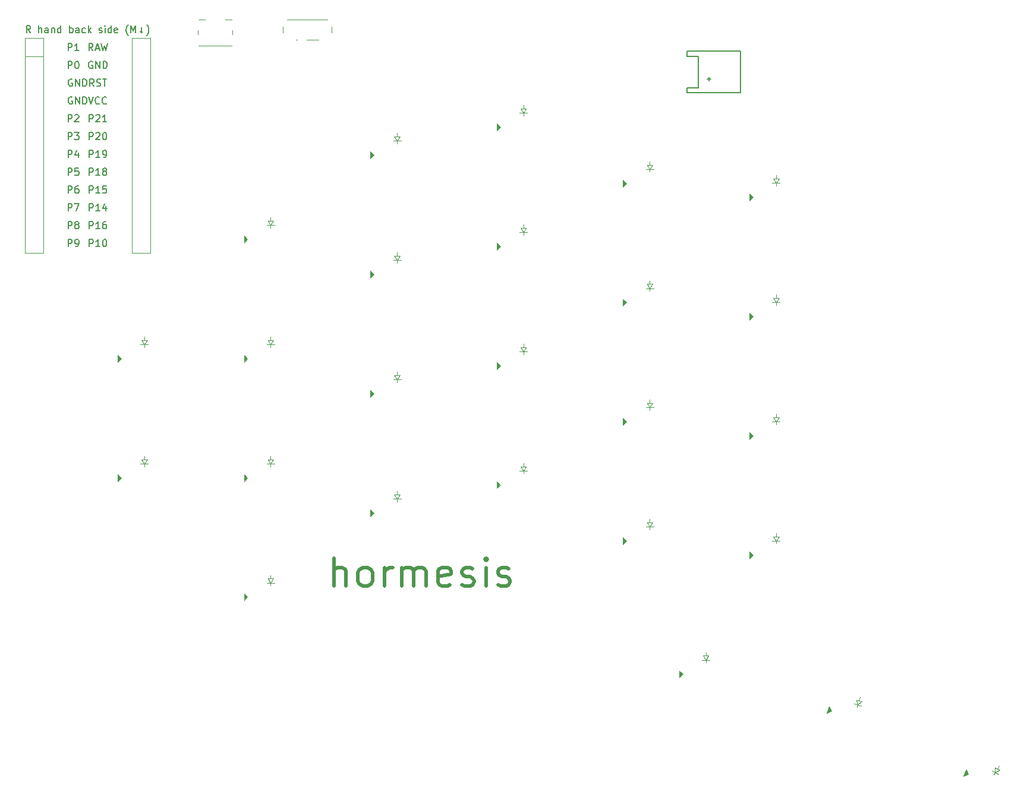
<source format=gbr>
%TF.GenerationSoftware,KiCad,Pcbnew,9.0.6*%
%TF.CreationDate,2025-11-09T20:29:50+01:00*%
%TF.ProjectId,main_pcb,6d61696e-5f70-4636-922e-6b696361645f,v1.0.0*%
%TF.SameCoordinates,Original*%
%TF.FileFunction,Legend,Top*%
%TF.FilePolarity,Positive*%
%FSLAX46Y46*%
G04 Gerber Fmt 4.6, Leading zero omitted, Abs format (unit mm)*
G04 Created by KiCad (PCBNEW 9.0.6) date 2025-11-09 20:29:50*
%MOMM*%
%LPD*%
G01*
G04 APERTURE LIST*
%ADD10C,0.500000*%
%ADD11C,0.150000*%
%ADD12C,0.120000*%
%ADD13C,0.100000*%
G04 APERTURE END LIST*
D10*
X116781327Y-154324476D02*
X116781327Y-150324476D01*
X118495613Y-154324476D02*
X118495613Y-152229238D01*
X118495613Y-152229238D02*
X118305137Y-151848285D01*
X118305137Y-151848285D02*
X117924185Y-151657809D01*
X117924185Y-151657809D02*
X117352756Y-151657809D01*
X117352756Y-151657809D02*
X116971804Y-151848285D01*
X116971804Y-151848285D02*
X116781327Y-152038761D01*
X120971804Y-154324476D02*
X120590852Y-154134000D01*
X120590852Y-154134000D02*
X120400375Y-153943523D01*
X120400375Y-153943523D02*
X120209899Y-153562571D01*
X120209899Y-153562571D02*
X120209899Y-152419714D01*
X120209899Y-152419714D02*
X120400375Y-152038761D01*
X120400375Y-152038761D02*
X120590852Y-151848285D01*
X120590852Y-151848285D02*
X120971804Y-151657809D01*
X120971804Y-151657809D02*
X121543233Y-151657809D01*
X121543233Y-151657809D02*
X121924185Y-151848285D01*
X121924185Y-151848285D02*
X122114661Y-152038761D01*
X122114661Y-152038761D02*
X122305137Y-152419714D01*
X122305137Y-152419714D02*
X122305137Y-153562571D01*
X122305137Y-153562571D02*
X122114661Y-153943523D01*
X122114661Y-153943523D02*
X121924185Y-154134000D01*
X121924185Y-154134000D02*
X121543233Y-154324476D01*
X121543233Y-154324476D02*
X120971804Y-154324476D01*
X124019423Y-154324476D02*
X124019423Y-151657809D01*
X124019423Y-152419714D02*
X124209900Y-152038761D01*
X124209900Y-152038761D02*
X124400376Y-151848285D01*
X124400376Y-151848285D02*
X124781328Y-151657809D01*
X124781328Y-151657809D02*
X125162281Y-151657809D01*
X126495613Y-154324476D02*
X126495613Y-151657809D01*
X126495613Y-152038761D02*
X126686090Y-151848285D01*
X126686090Y-151848285D02*
X127067042Y-151657809D01*
X127067042Y-151657809D02*
X127638471Y-151657809D01*
X127638471Y-151657809D02*
X128019423Y-151848285D01*
X128019423Y-151848285D02*
X128209899Y-152229238D01*
X128209899Y-152229238D02*
X128209899Y-154324476D01*
X128209899Y-152229238D02*
X128400375Y-151848285D01*
X128400375Y-151848285D02*
X128781328Y-151657809D01*
X128781328Y-151657809D02*
X129352756Y-151657809D01*
X129352756Y-151657809D02*
X129733709Y-151848285D01*
X129733709Y-151848285D02*
X129924185Y-152229238D01*
X129924185Y-152229238D02*
X129924185Y-154324476D01*
X133352756Y-154134000D02*
X132971804Y-154324476D01*
X132971804Y-154324476D02*
X132209899Y-154324476D01*
X132209899Y-154324476D02*
X131828946Y-154134000D01*
X131828946Y-154134000D02*
X131638470Y-153753047D01*
X131638470Y-153753047D02*
X131638470Y-152229238D01*
X131638470Y-152229238D02*
X131828946Y-151848285D01*
X131828946Y-151848285D02*
X132209899Y-151657809D01*
X132209899Y-151657809D02*
X132971804Y-151657809D01*
X132971804Y-151657809D02*
X133352756Y-151848285D01*
X133352756Y-151848285D02*
X133543232Y-152229238D01*
X133543232Y-152229238D02*
X133543232Y-152610190D01*
X133543232Y-152610190D02*
X131638470Y-152991142D01*
X135067041Y-154134000D02*
X135447994Y-154324476D01*
X135447994Y-154324476D02*
X136209898Y-154324476D01*
X136209898Y-154324476D02*
X136590851Y-154134000D01*
X136590851Y-154134000D02*
X136781327Y-153753047D01*
X136781327Y-153753047D02*
X136781327Y-153562571D01*
X136781327Y-153562571D02*
X136590851Y-153181619D01*
X136590851Y-153181619D02*
X136209898Y-152991142D01*
X136209898Y-152991142D02*
X135638470Y-152991142D01*
X135638470Y-152991142D02*
X135257517Y-152800666D01*
X135257517Y-152800666D02*
X135067041Y-152419714D01*
X135067041Y-152419714D02*
X135067041Y-152229238D01*
X135067041Y-152229238D02*
X135257517Y-151848285D01*
X135257517Y-151848285D02*
X135638470Y-151657809D01*
X135638470Y-151657809D02*
X136209898Y-151657809D01*
X136209898Y-151657809D02*
X136590851Y-151848285D01*
X138495612Y-154324476D02*
X138495612Y-151657809D01*
X138495612Y-150324476D02*
X138305136Y-150514952D01*
X138305136Y-150514952D02*
X138495612Y-150705428D01*
X138495612Y-150705428D02*
X138686089Y-150514952D01*
X138686089Y-150514952D02*
X138495612Y-150324476D01*
X138495612Y-150324476D02*
X138495612Y-150705428D01*
X140209898Y-154134000D02*
X140590851Y-154324476D01*
X140590851Y-154324476D02*
X141352755Y-154324476D01*
X141352755Y-154324476D02*
X141733708Y-154134000D01*
X141733708Y-154134000D02*
X141924184Y-153753047D01*
X141924184Y-153753047D02*
X141924184Y-153562571D01*
X141924184Y-153562571D02*
X141733708Y-153181619D01*
X141733708Y-153181619D02*
X141352755Y-152991142D01*
X141352755Y-152991142D02*
X140781327Y-152991142D01*
X140781327Y-152991142D02*
X140400374Y-152800666D01*
X140400374Y-152800666D02*
X140209898Y-152419714D01*
X140209898Y-152419714D02*
X140209898Y-152229238D01*
X140209898Y-152229238D02*
X140400374Y-151848285D01*
X140400374Y-151848285D02*
X140781327Y-151657809D01*
X140781327Y-151657809D02*
X141352755Y-151657809D01*
X141352755Y-151657809D02*
X141733708Y-151848285D01*
D11*
X78946905Y-77954819D02*
X78946905Y-76954819D01*
X78946905Y-76954819D02*
X79327857Y-76954819D01*
X79327857Y-76954819D02*
X79423095Y-77002438D01*
X79423095Y-77002438D02*
X79470714Y-77050057D01*
X79470714Y-77050057D02*
X79518333Y-77145295D01*
X79518333Y-77145295D02*
X79518333Y-77288152D01*
X79518333Y-77288152D02*
X79470714Y-77383390D01*
X79470714Y-77383390D02*
X79423095Y-77431009D01*
X79423095Y-77431009D02*
X79327857Y-77478628D01*
X79327857Y-77478628D02*
X78946905Y-77478628D01*
X80470714Y-77954819D02*
X79899286Y-77954819D01*
X80185000Y-77954819D02*
X80185000Y-76954819D01*
X80185000Y-76954819D02*
X80089762Y-77097676D01*
X80089762Y-77097676D02*
X79994524Y-77192914D01*
X79994524Y-77192914D02*
X79899286Y-77240533D01*
X82484523Y-77954819D02*
X82151190Y-77478628D01*
X81913095Y-77954819D02*
X81913095Y-76954819D01*
X81913095Y-76954819D02*
X82294047Y-76954819D01*
X82294047Y-76954819D02*
X82389285Y-77002438D01*
X82389285Y-77002438D02*
X82436904Y-77050057D01*
X82436904Y-77050057D02*
X82484523Y-77145295D01*
X82484523Y-77145295D02*
X82484523Y-77288152D01*
X82484523Y-77288152D02*
X82436904Y-77383390D01*
X82436904Y-77383390D02*
X82389285Y-77431009D01*
X82389285Y-77431009D02*
X82294047Y-77478628D01*
X82294047Y-77478628D02*
X81913095Y-77478628D01*
X82865476Y-77669104D02*
X83341666Y-77669104D01*
X82770238Y-77954819D02*
X83103571Y-76954819D01*
X83103571Y-76954819D02*
X83436904Y-77954819D01*
X83675000Y-76954819D02*
X83913095Y-77954819D01*
X83913095Y-77954819D02*
X84103571Y-77240533D01*
X84103571Y-77240533D02*
X84294047Y-77954819D01*
X84294047Y-77954819D02*
X84532143Y-76954819D01*
X78946905Y-80494819D02*
X78946905Y-79494819D01*
X78946905Y-79494819D02*
X79327857Y-79494819D01*
X79327857Y-79494819D02*
X79423095Y-79542438D01*
X79423095Y-79542438D02*
X79470714Y-79590057D01*
X79470714Y-79590057D02*
X79518333Y-79685295D01*
X79518333Y-79685295D02*
X79518333Y-79828152D01*
X79518333Y-79828152D02*
X79470714Y-79923390D01*
X79470714Y-79923390D02*
X79423095Y-79971009D01*
X79423095Y-79971009D02*
X79327857Y-80018628D01*
X79327857Y-80018628D02*
X78946905Y-80018628D01*
X80137381Y-79494819D02*
X80232619Y-79494819D01*
X80232619Y-79494819D02*
X80327857Y-79542438D01*
X80327857Y-79542438D02*
X80375476Y-79590057D01*
X80375476Y-79590057D02*
X80423095Y-79685295D01*
X80423095Y-79685295D02*
X80470714Y-79875771D01*
X80470714Y-79875771D02*
X80470714Y-80113866D01*
X80470714Y-80113866D02*
X80423095Y-80304342D01*
X80423095Y-80304342D02*
X80375476Y-80399580D01*
X80375476Y-80399580D02*
X80327857Y-80447200D01*
X80327857Y-80447200D02*
X80232619Y-80494819D01*
X80232619Y-80494819D02*
X80137381Y-80494819D01*
X80137381Y-80494819D02*
X80042143Y-80447200D01*
X80042143Y-80447200D02*
X79994524Y-80399580D01*
X79994524Y-80399580D02*
X79946905Y-80304342D01*
X79946905Y-80304342D02*
X79899286Y-80113866D01*
X79899286Y-80113866D02*
X79899286Y-79875771D01*
X79899286Y-79875771D02*
X79946905Y-79685295D01*
X79946905Y-79685295D02*
X79994524Y-79590057D01*
X79994524Y-79590057D02*
X80042143Y-79542438D01*
X80042143Y-79542438D02*
X80137381Y-79494819D01*
X82413095Y-79542438D02*
X82317857Y-79494819D01*
X82317857Y-79494819D02*
X82175000Y-79494819D01*
X82175000Y-79494819D02*
X82032143Y-79542438D01*
X82032143Y-79542438D02*
X81936905Y-79637676D01*
X81936905Y-79637676D02*
X81889286Y-79732914D01*
X81889286Y-79732914D02*
X81841667Y-79923390D01*
X81841667Y-79923390D02*
X81841667Y-80066247D01*
X81841667Y-80066247D02*
X81889286Y-80256723D01*
X81889286Y-80256723D02*
X81936905Y-80351961D01*
X81936905Y-80351961D02*
X82032143Y-80447200D01*
X82032143Y-80447200D02*
X82175000Y-80494819D01*
X82175000Y-80494819D02*
X82270238Y-80494819D01*
X82270238Y-80494819D02*
X82413095Y-80447200D01*
X82413095Y-80447200D02*
X82460714Y-80399580D01*
X82460714Y-80399580D02*
X82460714Y-80066247D01*
X82460714Y-80066247D02*
X82270238Y-80066247D01*
X82889286Y-80494819D02*
X82889286Y-79494819D01*
X82889286Y-79494819D02*
X83460714Y-80494819D01*
X83460714Y-80494819D02*
X83460714Y-79494819D01*
X83936905Y-80494819D02*
X83936905Y-79494819D01*
X83936905Y-79494819D02*
X84175000Y-79494819D01*
X84175000Y-79494819D02*
X84317857Y-79542438D01*
X84317857Y-79542438D02*
X84413095Y-79637676D01*
X84413095Y-79637676D02*
X84460714Y-79732914D01*
X84460714Y-79732914D02*
X84508333Y-79923390D01*
X84508333Y-79923390D02*
X84508333Y-80066247D01*
X84508333Y-80066247D02*
X84460714Y-80256723D01*
X84460714Y-80256723D02*
X84413095Y-80351961D01*
X84413095Y-80351961D02*
X84317857Y-80447200D01*
X84317857Y-80447200D02*
X84175000Y-80494819D01*
X84175000Y-80494819D02*
X83936905Y-80494819D01*
X79513095Y-82082438D02*
X79417857Y-82034819D01*
X79417857Y-82034819D02*
X79275000Y-82034819D01*
X79275000Y-82034819D02*
X79132143Y-82082438D01*
X79132143Y-82082438D02*
X79036905Y-82177676D01*
X79036905Y-82177676D02*
X78989286Y-82272914D01*
X78989286Y-82272914D02*
X78941667Y-82463390D01*
X78941667Y-82463390D02*
X78941667Y-82606247D01*
X78941667Y-82606247D02*
X78989286Y-82796723D01*
X78989286Y-82796723D02*
X79036905Y-82891961D01*
X79036905Y-82891961D02*
X79132143Y-82987200D01*
X79132143Y-82987200D02*
X79275000Y-83034819D01*
X79275000Y-83034819D02*
X79370238Y-83034819D01*
X79370238Y-83034819D02*
X79513095Y-82987200D01*
X79513095Y-82987200D02*
X79560714Y-82939580D01*
X79560714Y-82939580D02*
X79560714Y-82606247D01*
X79560714Y-82606247D02*
X79370238Y-82606247D01*
X79989286Y-83034819D02*
X79989286Y-82034819D01*
X79989286Y-82034819D02*
X80560714Y-83034819D01*
X80560714Y-83034819D02*
X80560714Y-82034819D01*
X81036905Y-83034819D02*
X81036905Y-82034819D01*
X81036905Y-82034819D02*
X81275000Y-82034819D01*
X81275000Y-82034819D02*
X81417857Y-82082438D01*
X81417857Y-82082438D02*
X81513095Y-82177676D01*
X81513095Y-82177676D02*
X81560714Y-82272914D01*
X81560714Y-82272914D02*
X81608333Y-82463390D01*
X81608333Y-82463390D02*
X81608333Y-82606247D01*
X81608333Y-82606247D02*
X81560714Y-82796723D01*
X81560714Y-82796723D02*
X81513095Y-82891961D01*
X81513095Y-82891961D02*
X81417857Y-82987200D01*
X81417857Y-82987200D02*
X81275000Y-83034819D01*
X81275000Y-83034819D02*
X81036905Y-83034819D01*
X82627380Y-83034819D02*
X82294047Y-82558628D01*
X82055952Y-83034819D02*
X82055952Y-82034819D01*
X82055952Y-82034819D02*
X82436904Y-82034819D01*
X82436904Y-82034819D02*
X82532142Y-82082438D01*
X82532142Y-82082438D02*
X82579761Y-82130057D01*
X82579761Y-82130057D02*
X82627380Y-82225295D01*
X82627380Y-82225295D02*
X82627380Y-82368152D01*
X82627380Y-82368152D02*
X82579761Y-82463390D01*
X82579761Y-82463390D02*
X82532142Y-82511009D01*
X82532142Y-82511009D02*
X82436904Y-82558628D01*
X82436904Y-82558628D02*
X82055952Y-82558628D01*
X83008333Y-82987200D02*
X83151190Y-83034819D01*
X83151190Y-83034819D02*
X83389285Y-83034819D01*
X83389285Y-83034819D02*
X83484523Y-82987200D01*
X83484523Y-82987200D02*
X83532142Y-82939580D01*
X83532142Y-82939580D02*
X83579761Y-82844342D01*
X83579761Y-82844342D02*
X83579761Y-82749104D01*
X83579761Y-82749104D02*
X83532142Y-82653866D01*
X83532142Y-82653866D02*
X83484523Y-82606247D01*
X83484523Y-82606247D02*
X83389285Y-82558628D01*
X83389285Y-82558628D02*
X83198809Y-82511009D01*
X83198809Y-82511009D02*
X83103571Y-82463390D01*
X83103571Y-82463390D02*
X83055952Y-82415771D01*
X83055952Y-82415771D02*
X83008333Y-82320533D01*
X83008333Y-82320533D02*
X83008333Y-82225295D01*
X83008333Y-82225295D02*
X83055952Y-82130057D01*
X83055952Y-82130057D02*
X83103571Y-82082438D01*
X83103571Y-82082438D02*
X83198809Y-82034819D01*
X83198809Y-82034819D02*
X83436904Y-82034819D01*
X83436904Y-82034819D02*
X83579761Y-82082438D01*
X83865476Y-82034819D02*
X84436904Y-82034819D01*
X84151190Y-83034819D02*
X84151190Y-82034819D01*
X79513095Y-84622438D02*
X79417857Y-84574819D01*
X79417857Y-84574819D02*
X79275000Y-84574819D01*
X79275000Y-84574819D02*
X79132143Y-84622438D01*
X79132143Y-84622438D02*
X79036905Y-84717676D01*
X79036905Y-84717676D02*
X78989286Y-84812914D01*
X78989286Y-84812914D02*
X78941667Y-85003390D01*
X78941667Y-85003390D02*
X78941667Y-85146247D01*
X78941667Y-85146247D02*
X78989286Y-85336723D01*
X78989286Y-85336723D02*
X79036905Y-85431961D01*
X79036905Y-85431961D02*
X79132143Y-85527200D01*
X79132143Y-85527200D02*
X79275000Y-85574819D01*
X79275000Y-85574819D02*
X79370238Y-85574819D01*
X79370238Y-85574819D02*
X79513095Y-85527200D01*
X79513095Y-85527200D02*
X79560714Y-85479580D01*
X79560714Y-85479580D02*
X79560714Y-85146247D01*
X79560714Y-85146247D02*
X79370238Y-85146247D01*
X79989286Y-85574819D02*
X79989286Y-84574819D01*
X79989286Y-84574819D02*
X80560714Y-85574819D01*
X80560714Y-85574819D02*
X80560714Y-84574819D01*
X81036905Y-85574819D02*
X81036905Y-84574819D01*
X81036905Y-84574819D02*
X81275000Y-84574819D01*
X81275000Y-84574819D02*
X81417857Y-84622438D01*
X81417857Y-84622438D02*
X81513095Y-84717676D01*
X81513095Y-84717676D02*
X81560714Y-84812914D01*
X81560714Y-84812914D02*
X81608333Y-85003390D01*
X81608333Y-85003390D02*
X81608333Y-85146247D01*
X81608333Y-85146247D02*
X81560714Y-85336723D01*
X81560714Y-85336723D02*
X81513095Y-85431961D01*
X81513095Y-85431961D02*
X81417857Y-85527200D01*
X81417857Y-85527200D02*
X81275000Y-85574819D01*
X81275000Y-85574819D02*
X81036905Y-85574819D01*
X81841667Y-84574819D02*
X82175000Y-85574819D01*
X82175000Y-85574819D02*
X82508333Y-84574819D01*
X83413095Y-85479580D02*
X83365476Y-85527200D01*
X83365476Y-85527200D02*
X83222619Y-85574819D01*
X83222619Y-85574819D02*
X83127381Y-85574819D01*
X83127381Y-85574819D02*
X82984524Y-85527200D01*
X82984524Y-85527200D02*
X82889286Y-85431961D01*
X82889286Y-85431961D02*
X82841667Y-85336723D01*
X82841667Y-85336723D02*
X82794048Y-85146247D01*
X82794048Y-85146247D02*
X82794048Y-85003390D01*
X82794048Y-85003390D02*
X82841667Y-84812914D01*
X82841667Y-84812914D02*
X82889286Y-84717676D01*
X82889286Y-84717676D02*
X82984524Y-84622438D01*
X82984524Y-84622438D02*
X83127381Y-84574819D01*
X83127381Y-84574819D02*
X83222619Y-84574819D01*
X83222619Y-84574819D02*
X83365476Y-84622438D01*
X83365476Y-84622438D02*
X83413095Y-84670057D01*
X84413095Y-85479580D02*
X84365476Y-85527200D01*
X84365476Y-85527200D02*
X84222619Y-85574819D01*
X84222619Y-85574819D02*
X84127381Y-85574819D01*
X84127381Y-85574819D02*
X83984524Y-85527200D01*
X83984524Y-85527200D02*
X83889286Y-85431961D01*
X83889286Y-85431961D02*
X83841667Y-85336723D01*
X83841667Y-85336723D02*
X83794048Y-85146247D01*
X83794048Y-85146247D02*
X83794048Y-85003390D01*
X83794048Y-85003390D02*
X83841667Y-84812914D01*
X83841667Y-84812914D02*
X83889286Y-84717676D01*
X83889286Y-84717676D02*
X83984524Y-84622438D01*
X83984524Y-84622438D02*
X84127381Y-84574819D01*
X84127381Y-84574819D02*
X84222619Y-84574819D01*
X84222619Y-84574819D02*
X84365476Y-84622438D01*
X84365476Y-84622438D02*
X84413095Y-84670057D01*
X78946905Y-88114819D02*
X78946905Y-87114819D01*
X78946905Y-87114819D02*
X79327857Y-87114819D01*
X79327857Y-87114819D02*
X79423095Y-87162438D01*
X79423095Y-87162438D02*
X79470714Y-87210057D01*
X79470714Y-87210057D02*
X79518333Y-87305295D01*
X79518333Y-87305295D02*
X79518333Y-87448152D01*
X79518333Y-87448152D02*
X79470714Y-87543390D01*
X79470714Y-87543390D02*
X79423095Y-87591009D01*
X79423095Y-87591009D02*
X79327857Y-87638628D01*
X79327857Y-87638628D02*
X78946905Y-87638628D01*
X79899286Y-87210057D02*
X79946905Y-87162438D01*
X79946905Y-87162438D02*
X80042143Y-87114819D01*
X80042143Y-87114819D02*
X80280238Y-87114819D01*
X80280238Y-87114819D02*
X80375476Y-87162438D01*
X80375476Y-87162438D02*
X80423095Y-87210057D01*
X80423095Y-87210057D02*
X80470714Y-87305295D01*
X80470714Y-87305295D02*
X80470714Y-87400533D01*
X80470714Y-87400533D02*
X80423095Y-87543390D01*
X80423095Y-87543390D02*
X79851667Y-88114819D01*
X79851667Y-88114819D02*
X80470714Y-88114819D01*
X81960714Y-88114819D02*
X81960714Y-87114819D01*
X81960714Y-87114819D02*
X82341666Y-87114819D01*
X82341666Y-87114819D02*
X82436904Y-87162438D01*
X82436904Y-87162438D02*
X82484523Y-87210057D01*
X82484523Y-87210057D02*
X82532142Y-87305295D01*
X82532142Y-87305295D02*
X82532142Y-87448152D01*
X82532142Y-87448152D02*
X82484523Y-87543390D01*
X82484523Y-87543390D02*
X82436904Y-87591009D01*
X82436904Y-87591009D02*
X82341666Y-87638628D01*
X82341666Y-87638628D02*
X81960714Y-87638628D01*
X82913095Y-87210057D02*
X82960714Y-87162438D01*
X82960714Y-87162438D02*
X83055952Y-87114819D01*
X83055952Y-87114819D02*
X83294047Y-87114819D01*
X83294047Y-87114819D02*
X83389285Y-87162438D01*
X83389285Y-87162438D02*
X83436904Y-87210057D01*
X83436904Y-87210057D02*
X83484523Y-87305295D01*
X83484523Y-87305295D02*
X83484523Y-87400533D01*
X83484523Y-87400533D02*
X83436904Y-87543390D01*
X83436904Y-87543390D02*
X82865476Y-88114819D01*
X82865476Y-88114819D02*
X83484523Y-88114819D01*
X84436904Y-88114819D02*
X83865476Y-88114819D01*
X84151190Y-88114819D02*
X84151190Y-87114819D01*
X84151190Y-87114819D02*
X84055952Y-87257676D01*
X84055952Y-87257676D02*
X83960714Y-87352914D01*
X83960714Y-87352914D02*
X83865476Y-87400533D01*
X78946905Y-90654819D02*
X78946905Y-89654819D01*
X78946905Y-89654819D02*
X79327857Y-89654819D01*
X79327857Y-89654819D02*
X79423095Y-89702438D01*
X79423095Y-89702438D02*
X79470714Y-89750057D01*
X79470714Y-89750057D02*
X79518333Y-89845295D01*
X79518333Y-89845295D02*
X79518333Y-89988152D01*
X79518333Y-89988152D02*
X79470714Y-90083390D01*
X79470714Y-90083390D02*
X79423095Y-90131009D01*
X79423095Y-90131009D02*
X79327857Y-90178628D01*
X79327857Y-90178628D02*
X78946905Y-90178628D01*
X79851667Y-89654819D02*
X80470714Y-89654819D01*
X80470714Y-89654819D02*
X80137381Y-90035771D01*
X80137381Y-90035771D02*
X80280238Y-90035771D01*
X80280238Y-90035771D02*
X80375476Y-90083390D01*
X80375476Y-90083390D02*
X80423095Y-90131009D01*
X80423095Y-90131009D02*
X80470714Y-90226247D01*
X80470714Y-90226247D02*
X80470714Y-90464342D01*
X80470714Y-90464342D02*
X80423095Y-90559580D01*
X80423095Y-90559580D02*
X80375476Y-90607200D01*
X80375476Y-90607200D02*
X80280238Y-90654819D01*
X80280238Y-90654819D02*
X79994524Y-90654819D01*
X79994524Y-90654819D02*
X79899286Y-90607200D01*
X79899286Y-90607200D02*
X79851667Y-90559580D01*
X81960714Y-90654819D02*
X81960714Y-89654819D01*
X81960714Y-89654819D02*
X82341666Y-89654819D01*
X82341666Y-89654819D02*
X82436904Y-89702438D01*
X82436904Y-89702438D02*
X82484523Y-89750057D01*
X82484523Y-89750057D02*
X82532142Y-89845295D01*
X82532142Y-89845295D02*
X82532142Y-89988152D01*
X82532142Y-89988152D02*
X82484523Y-90083390D01*
X82484523Y-90083390D02*
X82436904Y-90131009D01*
X82436904Y-90131009D02*
X82341666Y-90178628D01*
X82341666Y-90178628D02*
X81960714Y-90178628D01*
X82913095Y-89750057D02*
X82960714Y-89702438D01*
X82960714Y-89702438D02*
X83055952Y-89654819D01*
X83055952Y-89654819D02*
X83294047Y-89654819D01*
X83294047Y-89654819D02*
X83389285Y-89702438D01*
X83389285Y-89702438D02*
X83436904Y-89750057D01*
X83436904Y-89750057D02*
X83484523Y-89845295D01*
X83484523Y-89845295D02*
X83484523Y-89940533D01*
X83484523Y-89940533D02*
X83436904Y-90083390D01*
X83436904Y-90083390D02*
X82865476Y-90654819D01*
X82865476Y-90654819D02*
X83484523Y-90654819D01*
X84103571Y-89654819D02*
X84198809Y-89654819D01*
X84198809Y-89654819D02*
X84294047Y-89702438D01*
X84294047Y-89702438D02*
X84341666Y-89750057D01*
X84341666Y-89750057D02*
X84389285Y-89845295D01*
X84389285Y-89845295D02*
X84436904Y-90035771D01*
X84436904Y-90035771D02*
X84436904Y-90273866D01*
X84436904Y-90273866D02*
X84389285Y-90464342D01*
X84389285Y-90464342D02*
X84341666Y-90559580D01*
X84341666Y-90559580D02*
X84294047Y-90607200D01*
X84294047Y-90607200D02*
X84198809Y-90654819D01*
X84198809Y-90654819D02*
X84103571Y-90654819D01*
X84103571Y-90654819D02*
X84008333Y-90607200D01*
X84008333Y-90607200D02*
X83960714Y-90559580D01*
X83960714Y-90559580D02*
X83913095Y-90464342D01*
X83913095Y-90464342D02*
X83865476Y-90273866D01*
X83865476Y-90273866D02*
X83865476Y-90035771D01*
X83865476Y-90035771D02*
X83913095Y-89845295D01*
X83913095Y-89845295D02*
X83960714Y-89750057D01*
X83960714Y-89750057D02*
X84008333Y-89702438D01*
X84008333Y-89702438D02*
X84103571Y-89654819D01*
X78946905Y-93194819D02*
X78946905Y-92194819D01*
X78946905Y-92194819D02*
X79327857Y-92194819D01*
X79327857Y-92194819D02*
X79423095Y-92242438D01*
X79423095Y-92242438D02*
X79470714Y-92290057D01*
X79470714Y-92290057D02*
X79518333Y-92385295D01*
X79518333Y-92385295D02*
X79518333Y-92528152D01*
X79518333Y-92528152D02*
X79470714Y-92623390D01*
X79470714Y-92623390D02*
X79423095Y-92671009D01*
X79423095Y-92671009D02*
X79327857Y-92718628D01*
X79327857Y-92718628D02*
X78946905Y-92718628D01*
X80375476Y-92528152D02*
X80375476Y-93194819D01*
X80137381Y-92147200D02*
X79899286Y-92861485D01*
X79899286Y-92861485D02*
X80518333Y-92861485D01*
X81960714Y-93194819D02*
X81960714Y-92194819D01*
X81960714Y-92194819D02*
X82341666Y-92194819D01*
X82341666Y-92194819D02*
X82436904Y-92242438D01*
X82436904Y-92242438D02*
X82484523Y-92290057D01*
X82484523Y-92290057D02*
X82532142Y-92385295D01*
X82532142Y-92385295D02*
X82532142Y-92528152D01*
X82532142Y-92528152D02*
X82484523Y-92623390D01*
X82484523Y-92623390D02*
X82436904Y-92671009D01*
X82436904Y-92671009D02*
X82341666Y-92718628D01*
X82341666Y-92718628D02*
X81960714Y-92718628D01*
X83484523Y-93194819D02*
X82913095Y-93194819D01*
X83198809Y-93194819D02*
X83198809Y-92194819D01*
X83198809Y-92194819D02*
X83103571Y-92337676D01*
X83103571Y-92337676D02*
X83008333Y-92432914D01*
X83008333Y-92432914D02*
X82913095Y-92480533D01*
X83960714Y-93194819D02*
X84151190Y-93194819D01*
X84151190Y-93194819D02*
X84246428Y-93147200D01*
X84246428Y-93147200D02*
X84294047Y-93099580D01*
X84294047Y-93099580D02*
X84389285Y-92956723D01*
X84389285Y-92956723D02*
X84436904Y-92766247D01*
X84436904Y-92766247D02*
X84436904Y-92385295D01*
X84436904Y-92385295D02*
X84389285Y-92290057D01*
X84389285Y-92290057D02*
X84341666Y-92242438D01*
X84341666Y-92242438D02*
X84246428Y-92194819D01*
X84246428Y-92194819D02*
X84055952Y-92194819D01*
X84055952Y-92194819D02*
X83960714Y-92242438D01*
X83960714Y-92242438D02*
X83913095Y-92290057D01*
X83913095Y-92290057D02*
X83865476Y-92385295D01*
X83865476Y-92385295D02*
X83865476Y-92623390D01*
X83865476Y-92623390D02*
X83913095Y-92718628D01*
X83913095Y-92718628D02*
X83960714Y-92766247D01*
X83960714Y-92766247D02*
X84055952Y-92813866D01*
X84055952Y-92813866D02*
X84246428Y-92813866D01*
X84246428Y-92813866D02*
X84341666Y-92766247D01*
X84341666Y-92766247D02*
X84389285Y-92718628D01*
X84389285Y-92718628D02*
X84436904Y-92623390D01*
X78946905Y-95734819D02*
X78946905Y-94734819D01*
X78946905Y-94734819D02*
X79327857Y-94734819D01*
X79327857Y-94734819D02*
X79423095Y-94782438D01*
X79423095Y-94782438D02*
X79470714Y-94830057D01*
X79470714Y-94830057D02*
X79518333Y-94925295D01*
X79518333Y-94925295D02*
X79518333Y-95068152D01*
X79518333Y-95068152D02*
X79470714Y-95163390D01*
X79470714Y-95163390D02*
X79423095Y-95211009D01*
X79423095Y-95211009D02*
X79327857Y-95258628D01*
X79327857Y-95258628D02*
X78946905Y-95258628D01*
X80423095Y-94734819D02*
X79946905Y-94734819D01*
X79946905Y-94734819D02*
X79899286Y-95211009D01*
X79899286Y-95211009D02*
X79946905Y-95163390D01*
X79946905Y-95163390D02*
X80042143Y-95115771D01*
X80042143Y-95115771D02*
X80280238Y-95115771D01*
X80280238Y-95115771D02*
X80375476Y-95163390D01*
X80375476Y-95163390D02*
X80423095Y-95211009D01*
X80423095Y-95211009D02*
X80470714Y-95306247D01*
X80470714Y-95306247D02*
X80470714Y-95544342D01*
X80470714Y-95544342D02*
X80423095Y-95639580D01*
X80423095Y-95639580D02*
X80375476Y-95687200D01*
X80375476Y-95687200D02*
X80280238Y-95734819D01*
X80280238Y-95734819D02*
X80042143Y-95734819D01*
X80042143Y-95734819D02*
X79946905Y-95687200D01*
X79946905Y-95687200D02*
X79899286Y-95639580D01*
X81960714Y-95734819D02*
X81960714Y-94734819D01*
X81960714Y-94734819D02*
X82341666Y-94734819D01*
X82341666Y-94734819D02*
X82436904Y-94782438D01*
X82436904Y-94782438D02*
X82484523Y-94830057D01*
X82484523Y-94830057D02*
X82532142Y-94925295D01*
X82532142Y-94925295D02*
X82532142Y-95068152D01*
X82532142Y-95068152D02*
X82484523Y-95163390D01*
X82484523Y-95163390D02*
X82436904Y-95211009D01*
X82436904Y-95211009D02*
X82341666Y-95258628D01*
X82341666Y-95258628D02*
X81960714Y-95258628D01*
X83484523Y-95734819D02*
X82913095Y-95734819D01*
X83198809Y-95734819D02*
X83198809Y-94734819D01*
X83198809Y-94734819D02*
X83103571Y-94877676D01*
X83103571Y-94877676D02*
X83008333Y-94972914D01*
X83008333Y-94972914D02*
X82913095Y-95020533D01*
X84055952Y-95163390D02*
X83960714Y-95115771D01*
X83960714Y-95115771D02*
X83913095Y-95068152D01*
X83913095Y-95068152D02*
X83865476Y-94972914D01*
X83865476Y-94972914D02*
X83865476Y-94925295D01*
X83865476Y-94925295D02*
X83913095Y-94830057D01*
X83913095Y-94830057D02*
X83960714Y-94782438D01*
X83960714Y-94782438D02*
X84055952Y-94734819D01*
X84055952Y-94734819D02*
X84246428Y-94734819D01*
X84246428Y-94734819D02*
X84341666Y-94782438D01*
X84341666Y-94782438D02*
X84389285Y-94830057D01*
X84389285Y-94830057D02*
X84436904Y-94925295D01*
X84436904Y-94925295D02*
X84436904Y-94972914D01*
X84436904Y-94972914D02*
X84389285Y-95068152D01*
X84389285Y-95068152D02*
X84341666Y-95115771D01*
X84341666Y-95115771D02*
X84246428Y-95163390D01*
X84246428Y-95163390D02*
X84055952Y-95163390D01*
X84055952Y-95163390D02*
X83960714Y-95211009D01*
X83960714Y-95211009D02*
X83913095Y-95258628D01*
X83913095Y-95258628D02*
X83865476Y-95353866D01*
X83865476Y-95353866D02*
X83865476Y-95544342D01*
X83865476Y-95544342D02*
X83913095Y-95639580D01*
X83913095Y-95639580D02*
X83960714Y-95687200D01*
X83960714Y-95687200D02*
X84055952Y-95734819D01*
X84055952Y-95734819D02*
X84246428Y-95734819D01*
X84246428Y-95734819D02*
X84341666Y-95687200D01*
X84341666Y-95687200D02*
X84389285Y-95639580D01*
X84389285Y-95639580D02*
X84436904Y-95544342D01*
X84436904Y-95544342D02*
X84436904Y-95353866D01*
X84436904Y-95353866D02*
X84389285Y-95258628D01*
X84389285Y-95258628D02*
X84341666Y-95211009D01*
X84341666Y-95211009D02*
X84246428Y-95163390D01*
X78946905Y-98274819D02*
X78946905Y-97274819D01*
X78946905Y-97274819D02*
X79327857Y-97274819D01*
X79327857Y-97274819D02*
X79423095Y-97322438D01*
X79423095Y-97322438D02*
X79470714Y-97370057D01*
X79470714Y-97370057D02*
X79518333Y-97465295D01*
X79518333Y-97465295D02*
X79518333Y-97608152D01*
X79518333Y-97608152D02*
X79470714Y-97703390D01*
X79470714Y-97703390D02*
X79423095Y-97751009D01*
X79423095Y-97751009D02*
X79327857Y-97798628D01*
X79327857Y-97798628D02*
X78946905Y-97798628D01*
X80375476Y-97274819D02*
X80185000Y-97274819D01*
X80185000Y-97274819D02*
X80089762Y-97322438D01*
X80089762Y-97322438D02*
X80042143Y-97370057D01*
X80042143Y-97370057D02*
X79946905Y-97512914D01*
X79946905Y-97512914D02*
X79899286Y-97703390D01*
X79899286Y-97703390D02*
X79899286Y-98084342D01*
X79899286Y-98084342D02*
X79946905Y-98179580D01*
X79946905Y-98179580D02*
X79994524Y-98227200D01*
X79994524Y-98227200D02*
X80089762Y-98274819D01*
X80089762Y-98274819D02*
X80280238Y-98274819D01*
X80280238Y-98274819D02*
X80375476Y-98227200D01*
X80375476Y-98227200D02*
X80423095Y-98179580D01*
X80423095Y-98179580D02*
X80470714Y-98084342D01*
X80470714Y-98084342D02*
X80470714Y-97846247D01*
X80470714Y-97846247D02*
X80423095Y-97751009D01*
X80423095Y-97751009D02*
X80375476Y-97703390D01*
X80375476Y-97703390D02*
X80280238Y-97655771D01*
X80280238Y-97655771D02*
X80089762Y-97655771D01*
X80089762Y-97655771D02*
X79994524Y-97703390D01*
X79994524Y-97703390D02*
X79946905Y-97751009D01*
X79946905Y-97751009D02*
X79899286Y-97846247D01*
X81960714Y-98274819D02*
X81960714Y-97274819D01*
X81960714Y-97274819D02*
X82341666Y-97274819D01*
X82341666Y-97274819D02*
X82436904Y-97322438D01*
X82436904Y-97322438D02*
X82484523Y-97370057D01*
X82484523Y-97370057D02*
X82532142Y-97465295D01*
X82532142Y-97465295D02*
X82532142Y-97608152D01*
X82532142Y-97608152D02*
X82484523Y-97703390D01*
X82484523Y-97703390D02*
X82436904Y-97751009D01*
X82436904Y-97751009D02*
X82341666Y-97798628D01*
X82341666Y-97798628D02*
X81960714Y-97798628D01*
X83484523Y-98274819D02*
X82913095Y-98274819D01*
X83198809Y-98274819D02*
X83198809Y-97274819D01*
X83198809Y-97274819D02*
X83103571Y-97417676D01*
X83103571Y-97417676D02*
X83008333Y-97512914D01*
X83008333Y-97512914D02*
X82913095Y-97560533D01*
X84389285Y-97274819D02*
X83913095Y-97274819D01*
X83913095Y-97274819D02*
X83865476Y-97751009D01*
X83865476Y-97751009D02*
X83913095Y-97703390D01*
X83913095Y-97703390D02*
X84008333Y-97655771D01*
X84008333Y-97655771D02*
X84246428Y-97655771D01*
X84246428Y-97655771D02*
X84341666Y-97703390D01*
X84341666Y-97703390D02*
X84389285Y-97751009D01*
X84389285Y-97751009D02*
X84436904Y-97846247D01*
X84436904Y-97846247D02*
X84436904Y-98084342D01*
X84436904Y-98084342D02*
X84389285Y-98179580D01*
X84389285Y-98179580D02*
X84341666Y-98227200D01*
X84341666Y-98227200D02*
X84246428Y-98274819D01*
X84246428Y-98274819D02*
X84008333Y-98274819D01*
X84008333Y-98274819D02*
X83913095Y-98227200D01*
X83913095Y-98227200D02*
X83865476Y-98179580D01*
X78946905Y-100814819D02*
X78946905Y-99814819D01*
X78946905Y-99814819D02*
X79327857Y-99814819D01*
X79327857Y-99814819D02*
X79423095Y-99862438D01*
X79423095Y-99862438D02*
X79470714Y-99910057D01*
X79470714Y-99910057D02*
X79518333Y-100005295D01*
X79518333Y-100005295D02*
X79518333Y-100148152D01*
X79518333Y-100148152D02*
X79470714Y-100243390D01*
X79470714Y-100243390D02*
X79423095Y-100291009D01*
X79423095Y-100291009D02*
X79327857Y-100338628D01*
X79327857Y-100338628D02*
X78946905Y-100338628D01*
X79851667Y-99814819D02*
X80518333Y-99814819D01*
X80518333Y-99814819D02*
X80089762Y-100814819D01*
X81960714Y-100814819D02*
X81960714Y-99814819D01*
X81960714Y-99814819D02*
X82341666Y-99814819D01*
X82341666Y-99814819D02*
X82436904Y-99862438D01*
X82436904Y-99862438D02*
X82484523Y-99910057D01*
X82484523Y-99910057D02*
X82532142Y-100005295D01*
X82532142Y-100005295D02*
X82532142Y-100148152D01*
X82532142Y-100148152D02*
X82484523Y-100243390D01*
X82484523Y-100243390D02*
X82436904Y-100291009D01*
X82436904Y-100291009D02*
X82341666Y-100338628D01*
X82341666Y-100338628D02*
X81960714Y-100338628D01*
X83484523Y-100814819D02*
X82913095Y-100814819D01*
X83198809Y-100814819D02*
X83198809Y-99814819D01*
X83198809Y-99814819D02*
X83103571Y-99957676D01*
X83103571Y-99957676D02*
X83008333Y-100052914D01*
X83008333Y-100052914D02*
X82913095Y-100100533D01*
X84341666Y-100148152D02*
X84341666Y-100814819D01*
X84103571Y-99767200D02*
X83865476Y-100481485D01*
X83865476Y-100481485D02*
X84484523Y-100481485D01*
X78946905Y-103354819D02*
X78946905Y-102354819D01*
X78946905Y-102354819D02*
X79327857Y-102354819D01*
X79327857Y-102354819D02*
X79423095Y-102402438D01*
X79423095Y-102402438D02*
X79470714Y-102450057D01*
X79470714Y-102450057D02*
X79518333Y-102545295D01*
X79518333Y-102545295D02*
X79518333Y-102688152D01*
X79518333Y-102688152D02*
X79470714Y-102783390D01*
X79470714Y-102783390D02*
X79423095Y-102831009D01*
X79423095Y-102831009D02*
X79327857Y-102878628D01*
X79327857Y-102878628D02*
X78946905Y-102878628D01*
X80089762Y-102783390D02*
X79994524Y-102735771D01*
X79994524Y-102735771D02*
X79946905Y-102688152D01*
X79946905Y-102688152D02*
X79899286Y-102592914D01*
X79899286Y-102592914D02*
X79899286Y-102545295D01*
X79899286Y-102545295D02*
X79946905Y-102450057D01*
X79946905Y-102450057D02*
X79994524Y-102402438D01*
X79994524Y-102402438D02*
X80089762Y-102354819D01*
X80089762Y-102354819D02*
X80280238Y-102354819D01*
X80280238Y-102354819D02*
X80375476Y-102402438D01*
X80375476Y-102402438D02*
X80423095Y-102450057D01*
X80423095Y-102450057D02*
X80470714Y-102545295D01*
X80470714Y-102545295D02*
X80470714Y-102592914D01*
X80470714Y-102592914D02*
X80423095Y-102688152D01*
X80423095Y-102688152D02*
X80375476Y-102735771D01*
X80375476Y-102735771D02*
X80280238Y-102783390D01*
X80280238Y-102783390D02*
X80089762Y-102783390D01*
X80089762Y-102783390D02*
X79994524Y-102831009D01*
X79994524Y-102831009D02*
X79946905Y-102878628D01*
X79946905Y-102878628D02*
X79899286Y-102973866D01*
X79899286Y-102973866D02*
X79899286Y-103164342D01*
X79899286Y-103164342D02*
X79946905Y-103259580D01*
X79946905Y-103259580D02*
X79994524Y-103307200D01*
X79994524Y-103307200D02*
X80089762Y-103354819D01*
X80089762Y-103354819D02*
X80280238Y-103354819D01*
X80280238Y-103354819D02*
X80375476Y-103307200D01*
X80375476Y-103307200D02*
X80423095Y-103259580D01*
X80423095Y-103259580D02*
X80470714Y-103164342D01*
X80470714Y-103164342D02*
X80470714Y-102973866D01*
X80470714Y-102973866D02*
X80423095Y-102878628D01*
X80423095Y-102878628D02*
X80375476Y-102831009D01*
X80375476Y-102831009D02*
X80280238Y-102783390D01*
X81960714Y-103354819D02*
X81960714Y-102354819D01*
X81960714Y-102354819D02*
X82341666Y-102354819D01*
X82341666Y-102354819D02*
X82436904Y-102402438D01*
X82436904Y-102402438D02*
X82484523Y-102450057D01*
X82484523Y-102450057D02*
X82532142Y-102545295D01*
X82532142Y-102545295D02*
X82532142Y-102688152D01*
X82532142Y-102688152D02*
X82484523Y-102783390D01*
X82484523Y-102783390D02*
X82436904Y-102831009D01*
X82436904Y-102831009D02*
X82341666Y-102878628D01*
X82341666Y-102878628D02*
X81960714Y-102878628D01*
X83484523Y-103354819D02*
X82913095Y-103354819D01*
X83198809Y-103354819D02*
X83198809Y-102354819D01*
X83198809Y-102354819D02*
X83103571Y-102497676D01*
X83103571Y-102497676D02*
X83008333Y-102592914D01*
X83008333Y-102592914D02*
X82913095Y-102640533D01*
X84341666Y-102354819D02*
X84151190Y-102354819D01*
X84151190Y-102354819D02*
X84055952Y-102402438D01*
X84055952Y-102402438D02*
X84008333Y-102450057D01*
X84008333Y-102450057D02*
X83913095Y-102592914D01*
X83913095Y-102592914D02*
X83865476Y-102783390D01*
X83865476Y-102783390D02*
X83865476Y-103164342D01*
X83865476Y-103164342D02*
X83913095Y-103259580D01*
X83913095Y-103259580D02*
X83960714Y-103307200D01*
X83960714Y-103307200D02*
X84055952Y-103354819D01*
X84055952Y-103354819D02*
X84246428Y-103354819D01*
X84246428Y-103354819D02*
X84341666Y-103307200D01*
X84341666Y-103307200D02*
X84389285Y-103259580D01*
X84389285Y-103259580D02*
X84436904Y-103164342D01*
X84436904Y-103164342D02*
X84436904Y-102926247D01*
X84436904Y-102926247D02*
X84389285Y-102831009D01*
X84389285Y-102831009D02*
X84341666Y-102783390D01*
X84341666Y-102783390D02*
X84246428Y-102735771D01*
X84246428Y-102735771D02*
X84055952Y-102735771D01*
X84055952Y-102735771D02*
X83960714Y-102783390D01*
X83960714Y-102783390D02*
X83913095Y-102831009D01*
X83913095Y-102831009D02*
X83865476Y-102926247D01*
X78946905Y-105894819D02*
X78946905Y-104894819D01*
X78946905Y-104894819D02*
X79327857Y-104894819D01*
X79327857Y-104894819D02*
X79423095Y-104942438D01*
X79423095Y-104942438D02*
X79470714Y-104990057D01*
X79470714Y-104990057D02*
X79518333Y-105085295D01*
X79518333Y-105085295D02*
X79518333Y-105228152D01*
X79518333Y-105228152D02*
X79470714Y-105323390D01*
X79470714Y-105323390D02*
X79423095Y-105371009D01*
X79423095Y-105371009D02*
X79327857Y-105418628D01*
X79327857Y-105418628D02*
X78946905Y-105418628D01*
X79994524Y-105894819D02*
X80185000Y-105894819D01*
X80185000Y-105894819D02*
X80280238Y-105847200D01*
X80280238Y-105847200D02*
X80327857Y-105799580D01*
X80327857Y-105799580D02*
X80423095Y-105656723D01*
X80423095Y-105656723D02*
X80470714Y-105466247D01*
X80470714Y-105466247D02*
X80470714Y-105085295D01*
X80470714Y-105085295D02*
X80423095Y-104990057D01*
X80423095Y-104990057D02*
X80375476Y-104942438D01*
X80375476Y-104942438D02*
X80280238Y-104894819D01*
X80280238Y-104894819D02*
X80089762Y-104894819D01*
X80089762Y-104894819D02*
X79994524Y-104942438D01*
X79994524Y-104942438D02*
X79946905Y-104990057D01*
X79946905Y-104990057D02*
X79899286Y-105085295D01*
X79899286Y-105085295D02*
X79899286Y-105323390D01*
X79899286Y-105323390D02*
X79946905Y-105418628D01*
X79946905Y-105418628D02*
X79994524Y-105466247D01*
X79994524Y-105466247D02*
X80089762Y-105513866D01*
X80089762Y-105513866D02*
X80280238Y-105513866D01*
X80280238Y-105513866D02*
X80375476Y-105466247D01*
X80375476Y-105466247D02*
X80423095Y-105418628D01*
X80423095Y-105418628D02*
X80470714Y-105323390D01*
X81960714Y-105894819D02*
X81960714Y-104894819D01*
X81960714Y-104894819D02*
X82341666Y-104894819D01*
X82341666Y-104894819D02*
X82436904Y-104942438D01*
X82436904Y-104942438D02*
X82484523Y-104990057D01*
X82484523Y-104990057D02*
X82532142Y-105085295D01*
X82532142Y-105085295D02*
X82532142Y-105228152D01*
X82532142Y-105228152D02*
X82484523Y-105323390D01*
X82484523Y-105323390D02*
X82436904Y-105371009D01*
X82436904Y-105371009D02*
X82341666Y-105418628D01*
X82341666Y-105418628D02*
X81960714Y-105418628D01*
X83484523Y-105894819D02*
X82913095Y-105894819D01*
X83198809Y-105894819D02*
X83198809Y-104894819D01*
X83198809Y-104894819D02*
X83103571Y-105037676D01*
X83103571Y-105037676D02*
X83008333Y-105132914D01*
X83008333Y-105132914D02*
X82913095Y-105180533D01*
X84103571Y-104894819D02*
X84198809Y-104894819D01*
X84198809Y-104894819D02*
X84294047Y-104942438D01*
X84294047Y-104942438D02*
X84341666Y-104990057D01*
X84341666Y-104990057D02*
X84389285Y-105085295D01*
X84389285Y-105085295D02*
X84436904Y-105275771D01*
X84436904Y-105275771D02*
X84436904Y-105513866D01*
X84436904Y-105513866D02*
X84389285Y-105704342D01*
X84389285Y-105704342D02*
X84341666Y-105799580D01*
X84341666Y-105799580D02*
X84294047Y-105847200D01*
X84294047Y-105847200D02*
X84198809Y-105894819D01*
X84198809Y-105894819D02*
X84103571Y-105894819D01*
X84103571Y-105894819D02*
X84008333Y-105847200D01*
X84008333Y-105847200D02*
X83960714Y-105799580D01*
X83960714Y-105799580D02*
X83913095Y-105704342D01*
X83913095Y-105704342D02*
X83865476Y-105513866D01*
X83865476Y-105513866D02*
X83865476Y-105275771D01*
X83865476Y-105275771D02*
X83913095Y-105085295D01*
X83913095Y-105085295D02*
X83960714Y-104990057D01*
X83960714Y-104990057D02*
X84008333Y-104942438D01*
X84008333Y-104942438D02*
X84103571Y-104894819D01*
X73582141Y-75409819D02*
X73248808Y-74933628D01*
X73010713Y-75409819D02*
X73010713Y-74409819D01*
X73010713Y-74409819D02*
X73391665Y-74409819D01*
X73391665Y-74409819D02*
X73486903Y-74457438D01*
X73486903Y-74457438D02*
X73534522Y-74505057D01*
X73534522Y-74505057D02*
X73582141Y-74600295D01*
X73582141Y-74600295D02*
X73582141Y-74743152D01*
X73582141Y-74743152D02*
X73534522Y-74838390D01*
X73534522Y-74838390D02*
X73486903Y-74886009D01*
X73486903Y-74886009D02*
X73391665Y-74933628D01*
X73391665Y-74933628D02*
X73010713Y-74933628D01*
X74772618Y-75409819D02*
X74772618Y-74409819D01*
X75201189Y-75409819D02*
X75201189Y-74886009D01*
X75201189Y-74886009D02*
X75153570Y-74790771D01*
X75153570Y-74790771D02*
X75058332Y-74743152D01*
X75058332Y-74743152D02*
X74915475Y-74743152D01*
X74915475Y-74743152D02*
X74820237Y-74790771D01*
X74820237Y-74790771D02*
X74772618Y-74838390D01*
X76105951Y-75409819D02*
X76105951Y-74886009D01*
X76105951Y-74886009D02*
X76058332Y-74790771D01*
X76058332Y-74790771D02*
X75963094Y-74743152D01*
X75963094Y-74743152D02*
X75772618Y-74743152D01*
X75772618Y-74743152D02*
X75677380Y-74790771D01*
X76105951Y-75362200D02*
X76010713Y-75409819D01*
X76010713Y-75409819D02*
X75772618Y-75409819D01*
X75772618Y-75409819D02*
X75677380Y-75362200D01*
X75677380Y-75362200D02*
X75629761Y-75266961D01*
X75629761Y-75266961D02*
X75629761Y-75171723D01*
X75629761Y-75171723D02*
X75677380Y-75076485D01*
X75677380Y-75076485D02*
X75772618Y-75028866D01*
X75772618Y-75028866D02*
X76010713Y-75028866D01*
X76010713Y-75028866D02*
X76105951Y-74981247D01*
X76582142Y-74743152D02*
X76582142Y-75409819D01*
X76582142Y-74838390D02*
X76629761Y-74790771D01*
X76629761Y-74790771D02*
X76724999Y-74743152D01*
X76724999Y-74743152D02*
X76867856Y-74743152D01*
X76867856Y-74743152D02*
X76963094Y-74790771D01*
X76963094Y-74790771D02*
X77010713Y-74886009D01*
X77010713Y-74886009D02*
X77010713Y-75409819D01*
X77915475Y-75409819D02*
X77915475Y-74409819D01*
X77915475Y-75362200D02*
X77820237Y-75409819D01*
X77820237Y-75409819D02*
X77629761Y-75409819D01*
X77629761Y-75409819D02*
X77534523Y-75362200D01*
X77534523Y-75362200D02*
X77486904Y-75314580D01*
X77486904Y-75314580D02*
X77439285Y-75219342D01*
X77439285Y-75219342D02*
X77439285Y-74933628D01*
X77439285Y-74933628D02*
X77486904Y-74838390D01*
X77486904Y-74838390D02*
X77534523Y-74790771D01*
X77534523Y-74790771D02*
X77629761Y-74743152D01*
X77629761Y-74743152D02*
X77820237Y-74743152D01*
X77820237Y-74743152D02*
X77915475Y-74790771D01*
X79153571Y-75409819D02*
X79153571Y-74409819D01*
X79153571Y-74790771D02*
X79248809Y-74743152D01*
X79248809Y-74743152D02*
X79439285Y-74743152D01*
X79439285Y-74743152D02*
X79534523Y-74790771D01*
X79534523Y-74790771D02*
X79582142Y-74838390D01*
X79582142Y-74838390D02*
X79629761Y-74933628D01*
X79629761Y-74933628D02*
X79629761Y-75219342D01*
X79629761Y-75219342D02*
X79582142Y-75314580D01*
X79582142Y-75314580D02*
X79534523Y-75362200D01*
X79534523Y-75362200D02*
X79439285Y-75409819D01*
X79439285Y-75409819D02*
X79248809Y-75409819D01*
X79248809Y-75409819D02*
X79153571Y-75362200D01*
X80486904Y-75409819D02*
X80486904Y-74886009D01*
X80486904Y-74886009D02*
X80439285Y-74790771D01*
X80439285Y-74790771D02*
X80344047Y-74743152D01*
X80344047Y-74743152D02*
X80153571Y-74743152D01*
X80153571Y-74743152D02*
X80058333Y-74790771D01*
X80486904Y-75362200D02*
X80391666Y-75409819D01*
X80391666Y-75409819D02*
X80153571Y-75409819D01*
X80153571Y-75409819D02*
X80058333Y-75362200D01*
X80058333Y-75362200D02*
X80010714Y-75266961D01*
X80010714Y-75266961D02*
X80010714Y-75171723D01*
X80010714Y-75171723D02*
X80058333Y-75076485D01*
X80058333Y-75076485D02*
X80153571Y-75028866D01*
X80153571Y-75028866D02*
X80391666Y-75028866D01*
X80391666Y-75028866D02*
X80486904Y-74981247D01*
X81391666Y-75362200D02*
X81296428Y-75409819D01*
X81296428Y-75409819D02*
X81105952Y-75409819D01*
X81105952Y-75409819D02*
X81010714Y-75362200D01*
X81010714Y-75362200D02*
X80963095Y-75314580D01*
X80963095Y-75314580D02*
X80915476Y-75219342D01*
X80915476Y-75219342D02*
X80915476Y-74933628D01*
X80915476Y-74933628D02*
X80963095Y-74838390D01*
X80963095Y-74838390D02*
X81010714Y-74790771D01*
X81010714Y-74790771D02*
X81105952Y-74743152D01*
X81105952Y-74743152D02*
X81296428Y-74743152D01*
X81296428Y-74743152D02*
X81391666Y-74790771D01*
X81820238Y-75409819D02*
X81820238Y-74409819D01*
X81915476Y-75028866D02*
X82201190Y-75409819D01*
X82201190Y-74743152D02*
X81820238Y-75124104D01*
X83344048Y-75362200D02*
X83439286Y-75409819D01*
X83439286Y-75409819D02*
X83629762Y-75409819D01*
X83629762Y-75409819D02*
X83725000Y-75362200D01*
X83725000Y-75362200D02*
X83772619Y-75266961D01*
X83772619Y-75266961D02*
X83772619Y-75219342D01*
X83772619Y-75219342D02*
X83725000Y-75124104D01*
X83725000Y-75124104D02*
X83629762Y-75076485D01*
X83629762Y-75076485D02*
X83486905Y-75076485D01*
X83486905Y-75076485D02*
X83391667Y-75028866D01*
X83391667Y-75028866D02*
X83344048Y-74933628D01*
X83344048Y-74933628D02*
X83344048Y-74886009D01*
X83344048Y-74886009D02*
X83391667Y-74790771D01*
X83391667Y-74790771D02*
X83486905Y-74743152D01*
X83486905Y-74743152D02*
X83629762Y-74743152D01*
X83629762Y-74743152D02*
X83725000Y-74790771D01*
X84201191Y-75409819D02*
X84201191Y-74743152D01*
X84201191Y-74409819D02*
X84153572Y-74457438D01*
X84153572Y-74457438D02*
X84201191Y-74505057D01*
X84201191Y-74505057D02*
X84248810Y-74457438D01*
X84248810Y-74457438D02*
X84201191Y-74409819D01*
X84201191Y-74409819D02*
X84201191Y-74505057D01*
X85105952Y-75409819D02*
X85105952Y-74409819D01*
X85105952Y-75362200D02*
X85010714Y-75409819D01*
X85010714Y-75409819D02*
X84820238Y-75409819D01*
X84820238Y-75409819D02*
X84725000Y-75362200D01*
X84725000Y-75362200D02*
X84677381Y-75314580D01*
X84677381Y-75314580D02*
X84629762Y-75219342D01*
X84629762Y-75219342D02*
X84629762Y-74933628D01*
X84629762Y-74933628D02*
X84677381Y-74838390D01*
X84677381Y-74838390D02*
X84725000Y-74790771D01*
X84725000Y-74790771D02*
X84820238Y-74743152D01*
X84820238Y-74743152D02*
X85010714Y-74743152D01*
X85010714Y-74743152D02*
X85105952Y-74790771D01*
X85963095Y-75362200D02*
X85867857Y-75409819D01*
X85867857Y-75409819D02*
X85677381Y-75409819D01*
X85677381Y-75409819D02*
X85582143Y-75362200D01*
X85582143Y-75362200D02*
X85534524Y-75266961D01*
X85534524Y-75266961D02*
X85534524Y-74886009D01*
X85534524Y-74886009D02*
X85582143Y-74790771D01*
X85582143Y-74790771D02*
X85677381Y-74743152D01*
X85677381Y-74743152D02*
X85867857Y-74743152D01*
X85867857Y-74743152D02*
X85963095Y-74790771D01*
X85963095Y-74790771D02*
X86010714Y-74886009D01*
X86010714Y-74886009D02*
X86010714Y-74981247D01*
X86010714Y-74981247D02*
X85534524Y-75076485D01*
X87486905Y-75790771D02*
X87439286Y-75743152D01*
X87439286Y-75743152D02*
X87344048Y-75600295D01*
X87344048Y-75600295D02*
X87296429Y-75505057D01*
X87296429Y-75505057D02*
X87248810Y-75362200D01*
X87248810Y-75362200D02*
X87201191Y-75124104D01*
X87201191Y-75124104D02*
X87201191Y-74933628D01*
X87201191Y-74933628D02*
X87248810Y-74695533D01*
X87248810Y-74695533D02*
X87296429Y-74552676D01*
X87296429Y-74552676D02*
X87344048Y-74457438D01*
X87344048Y-74457438D02*
X87439286Y-74314580D01*
X87439286Y-74314580D02*
X87486905Y-74266961D01*
X87867858Y-75409819D02*
X87867858Y-74409819D01*
X87867858Y-74409819D02*
X88201191Y-75124104D01*
X88201191Y-75124104D02*
X88534524Y-74409819D01*
X88534524Y-74409819D02*
X88534524Y-75409819D01*
X89391667Y-74647914D02*
X89391667Y-75409819D01*
X89582143Y-75219342D02*
X89391667Y-75409819D01*
X89391667Y-75409819D02*
X89201191Y-75219342D01*
X90153572Y-75790771D02*
X90201191Y-75743152D01*
X90201191Y-75743152D02*
X90296429Y-75600295D01*
X90296429Y-75600295D02*
X90344048Y-75505057D01*
X90344048Y-75505057D02*
X90391667Y-75362200D01*
X90391667Y-75362200D02*
X90439286Y-75124104D01*
X90439286Y-75124104D02*
X90439286Y-74933628D01*
X90439286Y-74933628D02*
X90391667Y-74695533D01*
X90391667Y-74695533D02*
X90344048Y-74552676D01*
X90344048Y-74552676D02*
X90296429Y-74457438D01*
X90296429Y-74457438D02*
X90201191Y-74314580D01*
X90201191Y-74314580D02*
X90153572Y-74266961D01*
D12*
%TO.C,MCU1*%
X88015000Y-76170000D02*
X90675000Y-76170000D01*
X88015000Y-76170000D02*
X88015000Y-106770000D01*
X88015000Y-106770000D02*
X90675000Y-106770000D01*
X75435000Y-76170000D02*
X75435000Y-106770000D01*
X90675000Y-76170000D02*
X90675000Y-106770000D01*
X72775000Y-76170000D02*
X75435000Y-76170000D01*
X72775000Y-76170000D02*
X72775000Y-106770000D01*
X72775000Y-106770000D02*
X75435000Y-106770000D01*
X75435000Y-78770000D02*
X72775000Y-78770000D01*
%TO.C,B2*%
X97425000Y-75650000D02*
X97425000Y-75100000D01*
X98450000Y-73525000D02*
X97525000Y-73525000D01*
X102225000Y-73525000D02*
X101300000Y-73525000D01*
X102225000Y-77225000D02*
X97525000Y-77225000D01*
X102325000Y-75650000D02*
X102325000Y-75100000D01*
D13*
%TO.C,D1*%
X107800000Y-153250000D02*
X107800000Y-152750000D01*
X108200000Y-153250000D02*
X107800000Y-153850000D01*
X107400000Y-153250000D02*
X108200000Y-153250000D01*
X107800000Y-153850000D02*
X107400000Y-153250000D01*
X107800000Y-153850000D02*
X108350000Y-153850000D01*
X107800000Y-153850000D02*
X107250000Y-153850000D01*
X107800000Y-154250000D02*
X107800000Y-153850000D01*
%TO.C,D2*%
X107800000Y-136250000D02*
X107800000Y-135750000D01*
X108200000Y-136250000D02*
X107800000Y-136850000D01*
X107400000Y-136250000D02*
X108200000Y-136250000D01*
X107800000Y-136850000D02*
X107400000Y-136250000D01*
X107800000Y-136850000D02*
X108350000Y-136850000D01*
X107800000Y-136850000D02*
X107250000Y-136850000D01*
X107800000Y-137250000D02*
X107800000Y-136850000D01*
%TO.C,D3*%
X107800000Y-119250000D02*
X107800000Y-118750000D01*
X108200000Y-119250000D02*
X107800000Y-119850000D01*
X107400000Y-119250000D02*
X108200000Y-119250000D01*
X107800000Y-119850000D02*
X107400000Y-119250000D01*
X107800000Y-119850000D02*
X108350000Y-119850000D01*
X107800000Y-119850000D02*
X107250000Y-119850000D01*
X107800000Y-120250000D02*
X107800000Y-119850000D01*
%TO.C,D4*%
X107800000Y-102250000D02*
X107800000Y-101750000D01*
X108200000Y-102250000D02*
X107800000Y-102850000D01*
X107400000Y-102250000D02*
X108200000Y-102250000D01*
X107800000Y-102850000D02*
X107400000Y-102250000D01*
X107800000Y-102850000D02*
X108350000Y-102850000D01*
X107800000Y-102850000D02*
X107250000Y-102850000D01*
X107800000Y-103250000D02*
X107800000Y-102850000D01*
%TO.C,D5*%
X125800000Y-141250000D02*
X125800000Y-140750000D01*
X126200000Y-141250000D02*
X125800000Y-141850000D01*
X125400000Y-141250000D02*
X126200000Y-141250000D01*
X125800000Y-141850000D02*
X125400000Y-141250000D01*
X125800000Y-141850000D02*
X126350000Y-141850000D01*
X125800000Y-141850000D02*
X125250000Y-141850000D01*
X125800000Y-142250000D02*
X125800000Y-141850000D01*
%TO.C,D6*%
X125800000Y-124250000D02*
X125800000Y-123750000D01*
X126200000Y-124250000D02*
X125800000Y-124850000D01*
X125400000Y-124250000D02*
X126200000Y-124250000D01*
X125800000Y-124850000D02*
X125400000Y-124250000D01*
X125800000Y-124850000D02*
X126350000Y-124850000D01*
X125800000Y-124850000D02*
X125250000Y-124850000D01*
X125800000Y-125250000D02*
X125800000Y-124850000D01*
%TO.C,D7*%
X125800000Y-107250000D02*
X125800000Y-106750000D01*
X126200000Y-107250000D02*
X125800000Y-107850000D01*
X125400000Y-107250000D02*
X126200000Y-107250000D01*
X125800000Y-107850000D02*
X125400000Y-107250000D01*
X125800000Y-107850000D02*
X126350000Y-107850000D01*
X125800000Y-107850000D02*
X125250000Y-107850000D01*
X125800000Y-108250000D02*
X125800000Y-107850000D01*
%TO.C,D8*%
X125800000Y-90250000D02*
X125800000Y-89750000D01*
X126200000Y-90250000D02*
X125800000Y-90850000D01*
X125400000Y-90250000D02*
X126200000Y-90250000D01*
X125800000Y-90850000D02*
X125400000Y-90250000D01*
X125800000Y-90850000D02*
X126350000Y-90850000D01*
X125800000Y-90850000D02*
X125250000Y-90850000D01*
X125800000Y-91250000D02*
X125800000Y-90850000D01*
%TO.C,D9*%
X143800000Y-137250000D02*
X143800000Y-136750000D01*
X144200000Y-137250000D02*
X143800000Y-137850000D01*
X143400000Y-137250000D02*
X144200000Y-137250000D01*
X143800000Y-137850000D02*
X143400000Y-137250000D01*
X143800000Y-137850000D02*
X144350000Y-137850000D01*
X143800000Y-137850000D02*
X143250000Y-137850000D01*
X143800000Y-138250000D02*
X143800000Y-137850000D01*
%TO.C,D10*%
X143800000Y-120250000D02*
X143800000Y-119750000D01*
X144200000Y-120250000D02*
X143800000Y-120850000D01*
X143400000Y-120250000D02*
X144200000Y-120250000D01*
X143800000Y-120850000D02*
X143400000Y-120250000D01*
X143800000Y-120850000D02*
X144350000Y-120850000D01*
X143800000Y-120850000D02*
X143250000Y-120850000D01*
X143800000Y-121250000D02*
X143800000Y-120850000D01*
%TO.C,D11*%
X143800000Y-103250000D02*
X143800000Y-102750000D01*
X144200000Y-103250000D02*
X143800000Y-103850000D01*
X143400000Y-103250000D02*
X144200000Y-103250000D01*
X143800000Y-103850000D02*
X143400000Y-103250000D01*
X143800000Y-103850000D02*
X144350000Y-103850000D01*
X143800000Y-103850000D02*
X143250000Y-103850000D01*
X143800000Y-104250000D02*
X143800000Y-103850000D01*
%TO.C,D12*%
X143800000Y-86250000D02*
X143800000Y-85750000D01*
X144200000Y-86250000D02*
X143800000Y-86850000D01*
X143400000Y-86250000D02*
X144200000Y-86250000D01*
X143800000Y-86850000D02*
X143400000Y-86250000D01*
X143800000Y-86850000D02*
X144350000Y-86850000D01*
X143800000Y-86850000D02*
X143250000Y-86850000D01*
X143800000Y-87250000D02*
X143800000Y-86850000D01*
%TO.C,D13*%
X161800000Y-145250000D02*
X161800000Y-144750000D01*
X162200000Y-145250000D02*
X161800000Y-145850000D01*
X161400000Y-145250000D02*
X162200000Y-145250000D01*
X161800000Y-145850000D02*
X161400000Y-145250000D01*
X161800000Y-145850000D02*
X162350000Y-145850000D01*
X161800000Y-145850000D02*
X161250000Y-145850000D01*
X161800000Y-146250000D02*
X161800000Y-145850000D01*
%TO.C,D14*%
X161800000Y-128250000D02*
X161800000Y-127750000D01*
X162200000Y-128250000D02*
X161800000Y-128850000D01*
X161400000Y-128250000D02*
X162200000Y-128250000D01*
X161800000Y-128850000D02*
X161400000Y-128250000D01*
X161800000Y-128850000D02*
X162350000Y-128850000D01*
X161800000Y-128850000D02*
X161250000Y-128850000D01*
X161800000Y-129250000D02*
X161800000Y-128850000D01*
%TO.C,D15*%
X161800000Y-111250000D02*
X161800000Y-110750000D01*
X162200000Y-111250000D02*
X161800000Y-111850000D01*
X161400000Y-111250000D02*
X162200000Y-111250000D01*
X161800000Y-111850000D02*
X161400000Y-111250000D01*
X161800000Y-111850000D02*
X162350000Y-111850000D01*
X161800000Y-111850000D02*
X161250000Y-111850000D01*
X161800000Y-112250000D02*
X161800000Y-111850000D01*
%TO.C,D16*%
X161800000Y-94250000D02*
X161800000Y-93750000D01*
X162200000Y-94250000D02*
X161800000Y-94850000D01*
X161400000Y-94250000D02*
X162200000Y-94250000D01*
X161800000Y-94850000D02*
X161400000Y-94250000D01*
X161800000Y-94850000D02*
X162350000Y-94850000D01*
X161800000Y-94850000D02*
X161250000Y-94850000D01*
X161800000Y-95250000D02*
X161800000Y-94850000D01*
%TO.C,D17*%
X179800000Y-147250000D02*
X179800000Y-146750000D01*
X180200000Y-147250000D02*
X179800000Y-147850000D01*
X179400000Y-147250000D02*
X180200000Y-147250000D01*
X179800000Y-147850000D02*
X179400000Y-147250000D01*
X179800000Y-147850000D02*
X180350000Y-147850000D01*
X179800000Y-147850000D02*
X179250000Y-147850000D01*
X179800000Y-148250000D02*
X179800000Y-147850000D01*
%TO.C,D18*%
X179800000Y-130250000D02*
X179800000Y-129750000D01*
X180200000Y-130250000D02*
X179800000Y-130850000D01*
X179400000Y-130250000D02*
X180200000Y-130250000D01*
X179800000Y-130850000D02*
X179400000Y-130250000D01*
X179800000Y-130850000D02*
X180350000Y-130850000D01*
X179800000Y-130850000D02*
X179250000Y-130850000D01*
X179800000Y-131250000D02*
X179800000Y-130850000D01*
%TO.C,D19*%
X179800000Y-113250000D02*
X179800000Y-112750000D01*
X180200000Y-113250000D02*
X179800000Y-113850000D01*
X179400000Y-113250000D02*
X180200000Y-113250000D01*
X179800000Y-113850000D02*
X179400000Y-113250000D01*
X179800000Y-113850000D02*
X180350000Y-113850000D01*
X179800000Y-113850000D02*
X179250000Y-113850000D01*
X179800000Y-114250000D02*
X179800000Y-113850000D01*
%TO.C,D20*%
X179800000Y-96250000D02*
X179800000Y-95750000D01*
X180200000Y-96250000D02*
X179800000Y-96850000D01*
X179400000Y-96250000D02*
X180200000Y-96250000D01*
X179800000Y-96850000D02*
X179400000Y-96250000D01*
X179800000Y-96850000D02*
X180350000Y-96850000D01*
X179800000Y-96850000D02*
X179250000Y-96850000D01*
X179800000Y-97250000D02*
X179800000Y-96850000D01*
%TO.C,D21*%
X89800000Y-136250000D02*
X89800000Y-135750000D01*
X90200000Y-136250000D02*
X89800000Y-136850000D01*
X89400000Y-136250000D02*
X90200000Y-136250000D01*
X89800000Y-136850000D02*
X89400000Y-136250000D01*
X89800000Y-136850000D02*
X90350000Y-136850000D01*
X89800000Y-136850000D02*
X89250000Y-136850000D01*
X89800000Y-137250000D02*
X89800000Y-136850000D01*
%TO.C,D22*%
X89800000Y-119250000D02*
X89800000Y-118750000D01*
X90200000Y-119250000D02*
X89800000Y-119850000D01*
X89400000Y-119250000D02*
X90200000Y-119250000D01*
X89800000Y-119850000D02*
X89400000Y-119250000D01*
X89800000Y-119850000D02*
X90350000Y-119850000D01*
X89800000Y-119850000D02*
X89250000Y-119850000D01*
X89800000Y-120250000D02*
X89800000Y-119850000D01*
%TO.C,D23*%
X169800000Y-164250000D02*
X169800000Y-163750000D01*
X170200000Y-164250000D02*
X169800000Y-164850000D01*
X169400000Y-164250000D02*
X170200000Y-164250000D01*
X169800000Y-164850000D02*
X169400000Y-164250000D01*
X169800000Y-164850000D02*
X170350000Y-164850000D01*
X169800000Y-164850000D02*
X169250000Y-164850000D01*
X169800000Y-165250000D02*
X169800000Y-164850000D01*
%TO.C,D24*%
X191607766Y-170649962D02*
X191762275Y-170174434D01*
X191988189Y-170773569D02*
X191422356Y-171220596D01*
X191227344Y-170526355D02*
X191988189Y-170773569D01*
X191422356Y-171220596D02*
X191227344Y-170526355D01*
X191422356Y-171220596D02*
X191945437Y-171390555D01*
X191422356Y-171220596D02*
X190899275Y-171050636D01*
X191298749Y-171601018D02*
X191422356Y-171220596D01*
%TO.C,D25*%
X211290229Y-180387036D02*
X211524965Y-179945562D01*
X211643408Y-180574825D02*
X211008546Y-180916805D01*
X210937050Y-180199247D02*
X211643408Y-180574825D01*
X211008546Y-180916805D02*
X210937050Y-180199247D01*
X211008546Y-180916805D02*
X211494167Y-181175014D01*
X211008546Y-180916805D02*
X210522925Y-180658595D01*
X210820757Y-181269984D02*
X211008546Y-180916805D01*
%TO.C,LED1*%
X104500000Y-155875000D02*
X104000000Y-156375000D01*
X104000000Y-155375000D01*
X104500000Y-155875000D01*
G36*
X104500000Y-155875000D02*
G01*
X104000000Y-156375000D01*
X104000000Y-155375000D01*
X104500000Y-155875000D01*
G37*
%TO.C,LED2*%
X104500000Y-138875000D02*
X104000000Y-139375000D01*
X104000000Y-138375000D01*
X104500000Y-138875000D01*
G36*
X104500000Y-138875000D02*
G01*
X104000000Y-139375000D01*
X104000000Y-138375000D01*
X104500000Y-138875000D01*
G37*
%TO.C,LED3*%
X104500000Y-121875000D02*
X104000000Y-122375000D01*
X104000000Y-121375000D01*
X104500000Y-121875000D01*
G36*
X104500000Y-121875000D02*
G01*
X104000000Y-122375000D01*
X104000000Y-121375000D01*
X104500000Y-121875000D01*
G37*
%TO.C,LED4*%
X104500000Y-104875000D02*
X104000000Y-105375000D01*
X104000000Y-104375000D01*
X104500000Y-104875000D01*
G36*
X104500000Y-104875000D02*
G01*
X104000000Y-105375000D01*
X104000000Y-104375000D01*
X104500000Y-104875000D01*
G37*
%TO.C,LED5*%
X122500000Y-143875000D02*
X122000000Y-144375000D01*
X122000000Y-143375000D01*
X122500000Y-143875000D01*
G36*
X122500000Y-143875000D02*
G01*
X122000000Y-144375000D01*
X122000000Y-143375000D01*
X122500000Y-143875000D01*
G37*
%TO.C,LED6*%
X122500000Y-126875000D02*
X122000000Y-127375000D01*
X122000000Y-126375000D01*
X122500000Y-126875000D01*
G36*
X122500000Y-126875000D02*
G01*
X122000000Y-127375000D01*
X122000000Y-126375000D01*
X122500000Y-126875000D01*
G37*
%TO.C,LED7*%
X122500000Y-109875000D02*
X122000000Y-110375000D01*
X122000000Y-109375000D01*
X122500000Y-109875000D01*
G36*
X122500000Y-109875000D02*
G01*
X122000000Y-110375000D01*
X122000000Y-109375000D01*
X122500000Y-109875000D01*
G37*
%TO.C,LED8*%
X122500000Y-92875000D02*
X122000000Y-93375000D01*
X122000000Y-92375000D01*
X122500000Y-92875000D01*
G36*
X122500000Y-92875000D02*
G01*
X122000000Y-93375000D01*
X122000000Y-92375000D01*
X122500000Y-92875000D01*
G37*
%TO.C,LED9*%
X140500000Y-139875000D02*
X140000000Y-140375000D01*
X140000000Y-139375000D01*
X140500000Y-139875000D01*
G36*
X140500000Y-139875000D02*
G01*
X140000000Y-140375000D01*
X140000000Y-139375000D01*
X140500000Y-139875000D01*
G37*
%TO.C,LED10*%
X140500000Y-122875000D02*
X140000000Y-123375000D01*
X140000000Y-122375000D01*
X140500000Y-122875000D01*
G36*
X140500000Y-122875000D02*
G01*
X140000000Y-123375000D01*
X140000000Y-122375000D01*
X140500000Y-122875000D01*
G37*
%TO.C,LED11*%
X140500000Y-105875000D02*
X140000000Y-106375000D01*
X140000000Y-105375000D01*
X140500000Y-105875000D01*
G36*
X140500000Y-105875000D02*
G01*
X140000000Y-106375000D01*
X140000000Y-105375000D01*
X140500000Y-105875000D01*
G37*
%TO.C,LED12*%
X140500000Y-88875000D02*
X140000000Y-89375000D01*
X140000000Y-88375000D01*
X140500000Y-88875000D01*
G36*
X140500000Y-88875000D02*
G01*
X140000000Y-89375000D01*
X140000000Y-88375000D01*
X140500000Y-88875000D01*
G37*
%TO.C,LED13*%
X158500000Y-147875000D02*
X158000000Y-148375000D01*
X158000000Y-147375000D01*
X158500000Y-147875000D01*
G36*
X158500000Y-147875000D02*
G01*
X158000000Y-148375000D01*
X158000000Y-147375000D01*
X158500000Y-147875000D01*
G37*
%TO.C,LED14*%
X158500000Y-130875000D02*
X158000000Y-131375000D01*
X158000000Y-130375000D01*
X158500000Y-130875000D01*
G36*
X158500000Y-130875000D02*
G01*
X158000000Y-131375000D01*
X158000000Y-130375000D01*
X158500000Y-130875000D01*
G37*
%TO.C,LED15*%
X158500000Y-113875000D02*
X158000000Y-114375000D01*
X158000000Y-113375000D01*
X158500000Y-113875000D01*
G36*
X158500000Y-113875000D02*
G01*
X158000000Y-114375000D01*
X158000000Y-113375000D01*
X158500000Y-113875000D01*
G37*
%TO.C,LED16*%
X158500000Y-96875000D02*
X158000000Y-97375000D01*
X158000000Y-96375000D01*
X158500000Y-96875000D01*
G36*
X158500000Y-96875000D02*
G01*
X158000000Y-97375000D01*
X158000000Y-96375000D01*
X158500000Y-96875000D01*
G37*
%TO.C,LED17*%
X176500000Y-149875000D02*
X176000000Y-150375000D01*
X176000000Y-149375000D01*
X176500000Y-149875000D01*
G36*
X176500000Y-149875000D02*
G01*
X176000000Y-150375000D01*
X176000000Y-149375000D01*
X176500000Y-149875000D01*
G37*
%TO.C,LED18*%
X176500000Y-132875000D02*
X176000000Y-133375000D01*
X176000000Y-132375000D01*
X176500000Y-132875000D01*
G36*
X176500000Y-132875000D02*
G01*
X176000000Y-133375000D01*
X176000000Y-132375000D01*
X176500000Y-132875000D01*
G37*
%TO.C,LED19*%
X176500000Y-115875000D02*
X176000000Y-116375000D01*
X176000000Y-115375000D01*
X176500000Y-115875000D01*
G36*
X176500000Y-115875000D02*
G01*
X176000000Y-116375000D01*
X176000000Y-115375000D01*
X176500000Y-115875000D01*
G37*
%TO.C,LED20*%
X176500000Y-98875000D02*
X176000000Y-99375000D01*
X176000000Y-98375000D01*
X176500000Y-98875000D01*
G36*
X176500000Y-98875000D02*
G01*
X176000000Y-99375000D01*
X176000000Y-98375000D01*
X176500000Y-98875000D01*
G37*
%TO.C,LED21*%
X86500000Y-138875000D02*
X86000000Y-139375000D01*
X86000000Y-138375000D01*
X86500000Y-138875000D01*
G36*
X86500000Y-138875000D02*
G01*
X86000000Y-139375000D01*
X86000000Y-138375000D01*
X86500000Y-138875000D01*
G37*
%TO.C,LED22*%
X86500000Y-121875000D02*
X86000000Y-122375000D01*
X86000000Y-121375000D01*
X86500000Y-121875000D01*
G36*
X86500000Y-121875000D02*
G01*
X86000000Y-122375000D01*
X86000000Y-121375000D01*
X86500000Y-121875000D01*
G37*
%TO.C,LED23*%
X166500000Y-166875000D02*
X166000000Y-167375000D01*
X166000000Y-166375000D01*
X166500000Y-166875000D01*
G36*
X166500000Y-166875000D02*
G01*
X166000000Y-167375000D01*
X166000000Y-166375000D01*
X166500000Y-166875000D01*
G37*
%TO.C,LED24*%
X187658110Y-172126729D02*
X187028074Y-172447749D01*
X187337091Y-171496692D01*
X187658110Y-172126729D01*
G36*
X187658110Y-172126729D02*
G01*
X187028074Y-172447749D01*
X187337091Y-171496692D01*
X187658110Y-172126729D01*
G37*
%TO.C,LED25*%
X207144139Y-181155517D02*
X206467929Y-181362255D01*
X206937401Y-180479308D01*
X207144139Y-181155517D01*
G36*
X207144139Y-181155517D02*
G01*
X206467929Y-181362255D01*
X206937401Y-180479308D01*
X207144139Y-181155517D01*
G37*
D11*
%TO.C,JST2*%
X168750000Y-83250000D02*
X167150000Y-83250000D01*
X167150000Y-83250000D02*
X167150000Y-83950000D01*
X167150000Y-83950000D02*
X174750000Y-83950000D01*
X174750000Y-83950000D02*
X174750000Y-78050000D01*
X174750000Y-78050000D02*
X167150000Y-78050000D01*
X167150000Y-78050000D02*
X167150000Y-78750000D01*
X167150000Y-78750000D02*
X168750000Y-78750000D01*
X168750000Y-78750000D02*
X168750000Y-83250000D01*
X170000000Y-82000000D02*
X170500000Y-82000000D01*
X170250000Y-82250000D02*
X170250000Y-81750000D01*
D12*
%TO.C,SW1*%
X109550000Y-74585000D02*
X109550000Y-75375000D01*
X116450000Y-75375000D02*
X116450000Y-74585000D01*
X114600000Y-76425000D02*
X112900000Y-76425000D01*
X115850000Y-73575000D02*
X110150000Y-73575000D01*
X111600000Y-76425000D02*
X111400000Y-76425000D01*
%TD*%
M02*

</source>
